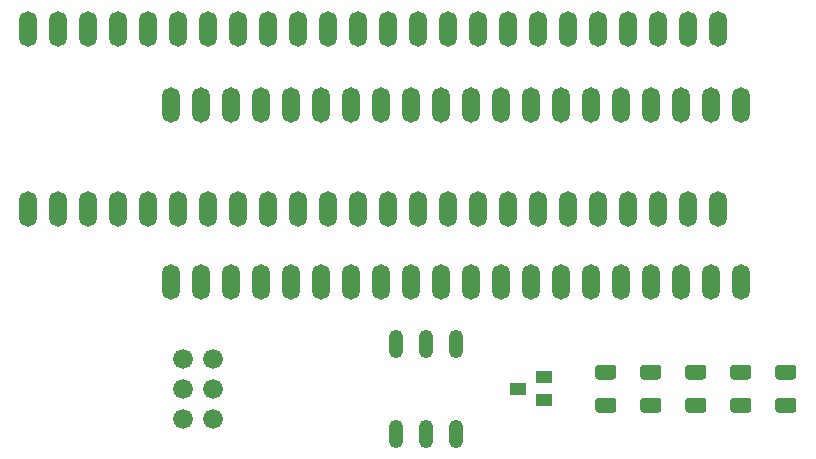
<source format=gbr>
G04 #@! TF.GenerationSoftware,KiCad,Pcbnew,(5.0.0)*
G04 #@! TF.CreationDate,2018-09-19T20:24:58-05:00*
G04 #@! TF.ProjectId,27C160_Adapter,3237433136305F416461707465722E6B,1.0*
G04 #@! TF.SameCoordinates,Original*
G04 #@! TF.FileFunction,Soldermask,Top*
G04 #@! TF.FilePolarity,Negative*
%FSLAX46Y46*%
G04 Gerber Fmt 4.6, Leading zero omitted, Abs format (unit mm)*
G04 Created by KiCad (PCBNEW (5.0.0)) date 09/19/18 20:24:58*
%MOMM*%
%LPD*%
G01*
G04 APERTURE LIST*
%ADD10C,0.100000*%
%ADD11C,1.250000*%
%ADD12R,1.399540X0.998220*%
%ADD13O,1.500000X3.000000*%
%ADD14O,1.219200X2.438400*%
%ADD15C,1.676400*%
G04 APERTURE END LIST*
D10*
G04 #@! TO.C,R1*
G36*
X182805504Y-119750204D02*
X182829773Y-119753804D01*
X182853571Y-119759765D01*
X182876671Y-119768030D01*
X182898849Y-119778520D01*
X182919893Y-119791133D01*
X182939598Y-119805747D01*
X182957777Y-119822223D01*
X182974253Y-119840402D01*
X182988867Y-119860107D01*
X183001480Y-119881151D01*
X183011970Y-119903329D01*
X183020235Y-119926429D01*
X183026196Y-119950227D01*
X183029796Y-119974496D01*
X183031000Y-119999000D01*
X183031000Y-120749000D01*
X183029796Y-120773504D01*
X183026196Y-120797773D01*
X183020235Y-120821571D01*
X183011970Y-120844671D01*
X183001480Y-120866849D01*
X182988867Y-120887893D01*
X182974253Y-120907598D01*
X182957777Y-120925777D01*
X182939598Y-120942253D01*
X182919893Y-120956867D01*
X182898849Y-120969480D01*
X182876671Y-120979970D01*
X182853571Y-120988235D01*
X182829773Y-120994196D01*
X182805504Y-120997796D01*
X182781000Y-120999000D01*
X181531000Y-120999000D01*
X181506496Y-120997796D01*
X181482227Y-120994196D01*
X181458429Y-120988235D01*
X181435329Y-120979970D01*
X181413151Y-120969480D01*
X181392107Y-120956867D01*
X181372402Y-120942253D01*
X181354223Y-120925777D01*
X181337747Y-120907598D01*
X181323133Y-120887893D01*
X181310520Y-120866849D01*
X181300030Y-120844671D01*
X181291765Y-120821571D01*
X181285804Y-120797773D01*
X181282204Y-120773504D01*
X181281000Y-120749000D01*
X181281000Y-119999000D01*
X181282204Y-119974496D01*
X181285804Y-119950227D01*
X181291765Y-119926429D01*
X181300030Y-119903329D01*
X181310520Y-119881151D01*
X181323133Y-119860107D01*
X181337747Y-119840402D01*
X181354223Y-119822223D01*
X181372402Y-119805747D01*
X181392107Y-119791133D01*
X181413151Y-119778520D01*
X181435329Y-119768030D01*
X181458429Y-119759765D01*
X181482227Y-119753804D01*
X181506496Y-119750204D01*
X181531000Y-119749000D01*
X182781000Y-119749000D01*
X182805504Y-119750204D01*
X182805504Y-119750204D01*
G37*
D11*
X182156000Y-120374000D03*
D10*
G36*
X182805504Y-116950204D02*
X182829773Y-116953804D01*
X182853571Y-116959765D01*
X182876671Y-116968030D01*
X182898849Y-116978520D01*
X182919893Y-116991133D01*
X182939598Y-117005747D01*
X182957777Y-117022223D01*
X182974253Y-117040402D01*
X182988867Y-117060107D01*
X183001480Y-117081151D01*
X183011970Y-117103329D01*
X183020235Y-117126429D01*
X183026196Y-117150227D01*
X183029796Y-117174496D01*
X183031000Y-117199000D01*
X183031000Y-117949000D01*
X183029796Y-117973504D01*
X183026196Y-117997773D01*
X183020235Y-118021571D01*
X183011970Y-118044671D01*
X183001480Y-118066849D01*
X182988867Y-118087893D01*
X182974253Y-118107598D01*
X182957777Y-118125777D01*
X182939598Y-118142253D01*
X182919893Y-118156867D01*
X182898849Y-118169480D01*
X182876671Y-118179970D01*
X182853571Y-118188235D01*
X182829773Y-118194196D01*
X182805504Y-118197796D01*
X182781000Y-118199000D01*
X181531000Y-118199000D01*
X181506496Y-118197796D01*
X181482227Y-118194196D01*
X181458429Y-118188235D01*
X181435329Y-118179970D01*
X181413151Y-118169480D01*
X181392107Y-118156867D01*
X181372402Y-118142253D01*
X181354223Y-118125777D01*
X181337747Y-118107598D01*
X181323133Y-118087893D01*
X181310520Y-118066849D01*
X181300030Y-118044671D01*
X181291765Y-118021571D01*
X181285804Y-117997773D01*
X181282204Y-117973504D01*
X181281000Y-117949000D01*
X181281000Y-117199000D01*
X181282204Y-117174496D01*
X181285804Y-117150227D01*
X181291765Y-117126429D01*
X181300030Y-117103329D01*
X181310520Y-117081151D01*
X181323133Y-117060107D01*
X181337747Y-117040402D01*
X181354223Y-117022223D01*
X181372402Y-117005747D01*
X181392107Y-116991133D01*
X181413151Y-116978520D01*
X181435329Y-116968030D01*
X181458429Y-116959765D01*
X181482227Y-116953804D01*
X181506496Y-116950204D01*
X181531000Y-116949000D01*
X182781000Y-116949000D01*
X182805504Y-116950204D01*
X182805504Y-116950204D01*
G37*
D11*
X182156000Y-117574000D03*
G04 #@! TD*
D10*
G04 #@! TO.C,R2*
G36*
X178995504Y-119750204D02*
X179019773Y-119753804D01*
X179043571Y-119759765D01*
X179066671Y-119768030D01*
X179088849Y-119778520D01*
X179109893Y-119791133D01*
X179129598Y-119805747D01*
X179147777Y-119822223D01*
X179164253Y-119840402D01*
X179178867Y-119860107D01*
X179191480Y-119881151D01*
X179201970Y-119903329D01*
X179210235Y-119926429D01*
X179216196Y-119950227D01*
X179219796Y-119974496D01*
X179221000Y-119999000D01*
X179221000Y-120749000D01*
X179219796Y-120773504D01*
X179216196Y-120797773D01*
X179210235Y-120821571D01*
X179201970Y-120844671D01*
X179191480Y-120866849D01*
X179178867Y-120887893D01*
X179164253Y-120907598D01*
X179147777Y-120925777D01*
X179129598Y-120942253D01*
X179109893Y-120956867D01*
X179088849Y-120969480D01*
X179066671Y-120979970D01*
X179043571Y-120988235D01*
X179019773Y-120994196D01*
X178995504Y-120997796D01*
X178971000Y-120999000D01*
X177721000Y-120999000D01*
X177696496Y-120997796D01*
X177672227Y-120994196D01*
X177648429Y-120988235D01*
X177625329Y-120979970D01*
X177603151Y-120969480D01*
X177582107Y-120956867D01*
X177562402Y-120942253D01*
X177544223Y-120925777D01*
X177527747Y-120907598D01*
X177513133Y-120887893D01*
X177500520Y-120866849D01*
X177490030Y-120844671D01*
X177481765Y-120821571D01*
X177475804Y-120797773D01*
X177472204Y-120773504D01*
X177471000Y-120749000D01*
X177471000Y-119999000D01*
X177472204Y-119974496D01*
X177475804Y-119950227D01*
X177481765Y-119926429D01*
X177490030Y-119903329D01*
X177500520Y-119881151D01*
X177513133Y-119860107D01*
X177527747Y-119840402D01*
X177544223Y-119822223D01*
X177562402Y-119805747D01*
X177582107Y-119791133D01*
X177603151Y-119778520D01*
X177625329Y-119768030D01*
X177648429Y-119759765D01*
X177672227Y-119753804D01*
X177696496Y-119750204D01*
X177721000Y-119749000D01*
X178971000Y-119749000D01*
X178995504Y-119750204D01*
X178995504Y-119750204D01*
G37*
D11*
X178346000Y-120374000D03*
D10*
G36*
X178995504Y-116950204D02*
X179019773Y-116953804D01*
X179043571Y-116959765D01*
X179066671Y-116968030D01*
X179088849Y-116978520D01*
X179109893Y-116991133D01*
X179129598Y-117005747D01*
X179147777Y-117022223D01*
X179164253Y-117040402D01*
X179178867Y-117060107D01*
X179191480Y-117081151D01*
X179201970Y-117103329D01*
X179210235Y-117126429D01*
X179216196Y-117150227D01*
X179219796Y-117174496D01*
X179221000Y-117199000D01*
X179221000Y-117949000D01*
X179219796Y-117973504D01*
X179216196Y-117997773D01*
X179210235Y-118021571D01*
X179201970Y-118044671D01*
X179191480Y-118066849D01*
X179178867Y-118087893D01*
X179164253Y-118107598D01*
X179147777Y-118125777D01*
X179129598Y-118142253D01*
X179109893Y-118156867D01*
X179088849Y-118169480D01*
X179066671Y-118179970D01*
X179043571Y-118188235D01*
X179019773Y-118194196D01*
X178995504Y-118197796D01*
X178971000Y-118199000D01*
X177721000Y-118199000D01*
X177696496Y-118197796D01*
X177672227Y-118194196D01*
X177648429Y-118188235D01*
X177625329Y-118179970D01*
X177603151Y-118169480D01*
X177582107Y-118156867D01*
X177562402Y-118142253D01*
X177544223Y-118125777D01*
X177527747Y-118107598D01*
X177513133Y-118087893D01*
X177500520Y-118066849D01*
X177490030Y-118044671D01*
X177481765Y-118021571D01*
X177475804Y-117997773D01*
X177472204Y-117973504D01*
X177471000Y-117949000D01*
X177471000Y-117199000D01*
X177472204Y-117174496D01*
X177475804Y-117150227D01*
X177481765Y-117126429D01*
X177490030Y-117103329D01*
X177500520Y-117081151D01*
X177513133Y-117060107D01*
X177527747Y-117040402D01*
X177544223Y-117022223D01*
X177562402Y-117005747D01*
X177582107Y-116991133D01*
X177603151Y-116978520D01*
X177625329Y-116968030D01*
X177648429Y-116959765D01*
X177672227Y-116953804D01*
X177696496Y-116950204D01*
X177721000Y-116949000D01*
X178971000Y-116949000D01*
X178995504Y-116950204D01*
X178995504Y-116950204D01*
G37*
D11*
X178346000Y-117574000D03*
G04 #@! TD*
D10*
G04 #@! TO.C,R3*
G36*
X175185504Y-119750204D02*
X175209773Y-119753804D01*
X175233571Y-119759765D01*
X175256671Y-119768030D01*
X175278849Y-119778520D01*
X175299893Y-119791133D01*
X175319598Y-119805747D01*
X175337777Y-119822223D01*
X175354253Y-119840402D01*
X175368867Y-119860107D01*
X175381480Y-119881151D01*
X175391970Y-119903329D01*
X175400235Y-119926429D01*
X175406196Y-119950227D01*
X175409796Y-119974496D01*
X175411000Y-119999000D01*
X175411000Y-120749000D01*
X175409796Y-120773504D01*
X175406196Y-120797773D01*
X175400235Y-120821571D01*
X175391970Y-120844671D01*
X175381480Y-120866849D01*
X175368867Y-120887893D01*
X175354253Y-120907598D01*
X175337777Y-120925777D01*
X175319598Y-120942253D01*
X175299893Y-120956867D01*
X175278849Y-120969480D01*
X175256671Y-120979970D01*
X175233571Y-120988235D01*
X175209773Y-120994196D01*
X175185504Y-120997796D01*
X175161000Y-120999000D01*
X173911000Y-120999000D01*
X173886496Y-120997796D01*
X173862227Y-120994196D01*
X173838429Y-120988235D01*
X173815329Y-120979970D01*
X173793151Y-120969480D01*
X173772107Y-120956867D01*
X173752402Y-120942253D01*
X173734223Y-120925777D01*
X173717747Y-120907598D01*
X173703133Y-120887893D01*
X173690520Y-120866849D01*
X173680030Y-120844671D01*
X173671765Y-120821571D01*
X173665804Y-120797773D01*
X173662204Y-120773504D01*
X173661000Y-120749000D01*
X173661000Y-119999000D01*
X173662204Y-119974496D01*
X173665804Y-119950227D01*
X173671765Y-119926429D01*
X173680030Y-119903329D01*
X173690520Y-119881151D01*
X173703133Y-119860107D01*
X173717747Y-119840402D01*
X173734223Y-119822223D01*
X173752402Y-119805747D01*
X173772107Y-119791133D01*
X173793151Y-119778520D01*
X173815329Y-119768030D01*
X173838429Y-119759765D01*
X173862227Y-119753804D01*
X173886496Y-119750204D01*
X173911000Y-119749000D01*
X175161000Y-119749000D01*
X175185504Y-119750204D01*
X175185504Y-119750204D01*
G37*
D11*
X174536000Y-120374000D03*
D10*
G36*
X175185504Y-116950204D02*
X175209773Y-116953804D01*
X175233571Y-116959765D01*
X175256671Y-116968030D01*
X175278849Y-116978520D01*
X175299893Y-116991133D01*
X175319598Y-117005747D01*
X175337777Y-117022223D01*
X175354253Y-117040402D01*
X175368867Y-117060107D01*
X175381480Y-117081151D01*
X175391970Y-117103329D01*
X175400235Y-117126429D01*
X175406196Y-117150227D01*
X175409796Y-117174496D01*
X175411000Y-117199000D01*
X175411000Y-117949000D01*
X175409796Y-117973504D01*
X175406196Y-117997773D01*
X175400235Y-118021571D01*
X175391970Y-118044671D01*
X175381480Y-118066849D01*
X175368867Y-118087893D01*
X175354253Y-118107598D01*
X175337777Y-118125777D01*
X175319598Y-118142253D01*
X175299893Y-118156867D01*
X175278849Y-118169480D01*
X175256671Y-118179970D01*
X175233571Y-118188235D01*
X175209773Y-118194196D01*
X175185504Y-118197796D01*
X175161000Y-118199000D01*
X173911000Y-118199000D01*
X173886496Y-118197796D01*
X173862227Y-118194196D01*
X173838429Y-118188235D01*
X173815329Y-118179970D01*
X173793151Y-118169480D01*
X173772107Y-118156867D01*
X173752402Y-118142253D01*
X173734223Y-118125777D01*
X173717747Y-118107598D01*
X173703133Y-118087893D01*
X173690520Y-118066849D01*
X173680030Y-118044671D01*
X173671765Y-118021571D01*
X173665804Y-117997773D01*
X173662204Y-117973504D01*
X173661000Y-117949000D01*
X173661000Y-117199000D01*
X173662204Y-117174496D01*
X173665804Y-117150227D01*
X173671765Y-117126429D01*
X173680030Y-117103329D01*
X173690520Y-117081151D01*
X173703133Y-117060107D01*
X173717747Y-117040402D01*
X173734223Y-117022223D01*
X173752402Y-117005747D01*
X173772107Y-116991133D01*
X173793151Y-116978520D01*
X173815329Y-116968030D01*
X173838429Y-116959765D01*
X173862227Y-116953804D01*
X173886496Y-116950204D01*
X173911000Y-116949000D01*
X175161000Y-116949000D01*
X175185504Y-116950204D01*
X175185504Y-116950204D01*
G37*
D11*
X174536000Y-117574000D03*
G04 #@! TD*
D10*
G04 #@! TO.C,R4*
G36*
X171375504Y-119750204D02*
X171399773Y-119753804D01*
X171423571Y-119759765D01*
X171446671Y-119768030D01*
X171468849Y-119778520D01*
X171489893Y-119791133D01*
X171509598Y-119805747D01*
X171527777Y-119822223D01*
X171544253Y-119840402D01*
X171558867Y-119860107D01*
X171571480Y-119881151D01*
X171581970Y-119903329D01*
X171590235Y-119926429D01*
X171596196Y-119950227D01*
X171599796Y-119974496D01*
X171601000Y-119999000D01*
X171601000Y-120749000D01*
X171599796Y-120773504D01*
X171596196Y-120797773D01*
X171590235Y-120821571D01*
X171581970Y-120844671D01*
X171571480Y-120866849D01*
X171558867Y-120887893D01*
X171544253Y-120907598D01*
X171527777Y-120925777D01*
X171509598Y-120942253D01*
X171489893Y-120956867D01*
X171468849Y-120969480D01*
X171446671Y-120979970D01*
X171423571Y-120988235D01*
X171399773Y-120994196D01*
X171375504Y-120997796D01*
X171351000Y-120999000D01*
X170101000Y-120999000D01*
X170076496Y-120997796D01*
X170052227Y-120994196D01*
X170028429Y-120988235D01*
X170005329Y-120979970D01*
X169983151Y-120969480D01*
X169962107Y-120956867D01*
X169942402Y-120942253D01*
X169924223Y-120925777D01*
X169907747Y-120907598D01*
X169893133Y-120887893D01*
X169880520Y-120866849D01*
X169870030Y-120844671D01*
X169861765Y-120821571D01*
X169855804Y-120797773D01*
X169852204Y-120773504D01*
X169851000Y-120749000D01*
X169851000Y-119999000D01*
X169852204Y-119974496D01*
X169855804Y-119950227D01*
X169861765Y-119926429D01*
X169870030Y-119903329D01*
X169880520Y-119881151D01*
X169893133Y-119860107D01*
X169907747Y-119840402D01*
X169924223Y-119822223D01*
X169942402Y-119805747D01*
X169962107Y-119791133D01*
X169983151Y-119778520D01*
X170005329Y-119768030D01*
X170028429Y-119759765D01*
X170052227Y-119753804D01*
X170076496Y-119750204D01*
X170101000Y-119749000D01*
X171351000Y-119749000D01*
X171375504Y-119750204D01*
X171375504Y-119750204D01*
G37*
D11*
X170726000Y-120374000D03*
D10*
G36*
X171375504Y-116950204D02*
X171399773Y-116953804D01*
X171423571Y-116959765D01*
X171446671Y-116968030D01*
X171468849Y-116978520D01*
X171489893Y-116991133D01*
X171509598Y-117005747D01*
X171527777Y-117022223D01*
X171544253Y-117040402D01*
X171558867Y-117060107D01*
X171571480Y-117081151D01*
X171581970Y-117103329D01*
X171590235Y-117126429D01*
X171596196Y-117150227D01*
X171599796Y-117174496D01*
X171601000Y-117199000D01*
X171601000Y-117949000D01*
X171599796Y-117973504D01*
X171596196Y-117997773D01*
X171590235Y-118021571D01*
X171581970Y-118044671D01*
X171571480Y-118066849D01*
X171558867Y-118087893D01*
X171544253Y-118107598D01*
X171527777Y-118125777D01*
X171509598Y-118142253D01*
X171489893Y-118156867D01*
X171468849Y-118169480D01*
X171446671Y-118179970D01*
X171423571Y-118188235D01*
X171399773Y-118194196D01*
X171375504Y-118197796D01*
X171351000Y-118199000D01*
X170101000Y-118199000D01*
X170076496Y-118197796D01*
X170052227Y-118194196D01*
X170028429Y-118188235D01*
X170005329Y-118179970D01*
X169983151Y-118169480D01*
X169962107Y-118156867D01*
X169942402Y-118142253D01*
X169924223Y-118125777D01*
X169907747Y-118107598D01*
X169893133Y-118087893D01*
X169880520Y-118066849D01*
X169870030Y-118044671D01*
X169861765Y-118021571D01*
X169855804Y-117997773D01*
X169852204Y-117973504D01*
X169851000Y-117949000D01*
X169851000Y-117199000D01*
X169852204Y-117174496D01*
X169855804Y-117150227D01*
X169861765Y-117126429D01*
X169870030Y-117103329D01*
X169880520Y-117081151D01*
X169893133Y-117060107D01*
X169907747Y-117040402D01*
X169924223Y-117022223D01*
X169942402Y-117005747D01*
X169962107Y-116991133D01*
X169983151Y-116978520D01*
X170005329Y-116968030D01*
X170028429Y-116959765D01*
X170052227Y-116953804D01*
X170076496Y-116950204D01*
X170101000Y-116949000D01*
X171351000Y-116949000D01*
X171375504Y-116950204D01*
X171375504Y-116950204D01*
G37*
D11*
X170726000Y-117574000D03*
G04 #@! TD*
D10*
G04 #@! TO.C,R5*
G36*
X167565504Y-116950204D02*
X167589773Y-116953804D01*
X167613571Y-116959765D01*
X167636671Y-116968030D01*
X167658849Y-116978520D01*
X167679893Y-116991133D01*
X167699598Y-117005747D01*
X167717777Y-117022223D01*
X167734253Y-117040402D01*
X167748867Y-117060107D01*
X167761480Y-117081151D01*
X167771970Y-117103329D01*
X167780235Y-117126429D01*
X167786196Y-117150227D01*
X167789796Y-117174496D01*
X167791000Y-117199000D01*
X167791000Y-117949000D01*
X167789796Y-117973504D01*
X167786196Y-117997773D01*
X167780235Y-118021571D01*
X167771970Y-118044671D01*
X167761480Y-118066849D01*
X167748867Y-118087893D01*
X167734253Y-118107598D01*
X167717777Y-118125777D01*
X167699598Y-118142253D01*
X167679893Y-118156867D01*
X167658849Y-118169480D01*
X167636671Y-118179970D01*
X167613571Y-118188235D01*
X167589773Y-118194196D01*
X167565504Y-118197796D01*
X167541000Y-118199000D01*
X166291000Y-118199000D01*
X166266496Y-118197796D01*
X166242227Y-118194196D01*
X166218429Y-118188235D01*
X166195329Y-118179970D01*
X166173151Y-118169480D01*
X166152107Y-118156867D01*
X166132402Y-118142253D01*
X166114223Y-118125777D01*
X166097747Y-118107598D01*
X166083133Y-118087893D01*
X166070520Y-118066849D01*
X166060030Y-118044671D01*
X166051765Y-118021571D01*
X166045804Y-117997773D01*
X166042204Y-117973504D01*
X166041000Y-117949000D01*
X166041000Y-117199000D01*
X166042204Y-117174496D01*
X166045804Y-117150227D01*
X166051765Y-117126429D01*
X166060030Y-117103329D01*
X166070520Y-117081151D01*
X166083133Y-117060107D01*
X166097747Y-117040402D01*
X166114223Y-117022223D01*
X166132402Y-117005747D01*
X166152107Y-116991133D01*
X166173151Y-116978520D01*
X166195329Y-116968030D01*
X166218429Y-116959765D01*
X166242227Y-116953804D01*
X166266496Y-116950204D01*
X166291000Y-116949000D01*
X167541000Y-116949000D01*
X167565504Y-116950204D01*
X167565504Y-116950204D01*
G37*
D11*
X166916000Y-117574000D03*
D10*
G36*
X167565504Y-119750204D02*
X167589773Y-119753804D01*
X167613571Y-119759765D01*
X167636671Y-119768030D01*
X167658849Y-119778520D01*
X167679893Y-119791133D01*
X167699598Y-119805747D01*
X167717777Y-119822223D01*
X167734253Y-119840402D01*
X167748867Y-119860107D01*
X167761480Y-119881151D01*
X167771970Y-119903329D01*
X167780235Y-119926429D01*
X167786196Y-119950227D01*
X167789796Y-119974496D01*
X167791000Y-119999000D01*
X167791000Y-120749000D01*
X167789796Y-120773504D01*
X167786196Y-120797773D01*
X167780235Y-120821571D01*
X167771970Y-120844671D01*
X167761480Y-120866849D01*
X167748867Y-120887893D01*
X167734253Y-120907598D01*
X167717777Y-120925777D01*
X167699598Y-120942253D01*
X167679893Y-120956867D01*
X167658849Y-120969480D01*
X167636671Y-120979970D01*
X167613571Y-120988235D01*
X167589773Y-120994196D01*
X167565504Y-120997796D01*
X167541000Y-120999000D01*
X166291000Y-120999000D01*
X166266496Y-120997796D01*
X166242227Y-120994196D01*
X166218429Y-120988235D01*
X166195329Y-120979970D01*
X166173151Y-120969480D01*
X166152107Y-120956867D01*
X166132402Y-120942253D01*
X166114223Y-120925777D01*
X166097747Y-120907598D01*
X166083133Y-120887893D01*
X166070520Y-120866849D01*
X166060030Y-120844671D01*
X166051765Y-120821571D01*
X166045804Y-120797773D01*
X166042204Y-120773504D01*
X166041000Y-120749000D01*
X166041000Y-119999000D01*
X166042204Y-119974496D01*
X166045804Y-119950227D01*
X166051765Y-119926429D01*
X166060030Y-119903329D01*
X166070520Y-119881151D01*
X166083133Y-119860107D01*
X166097747Y-119840402D01*
X166114223Y-119822223D01*
X166132402Y-119805747D01*
X166152107Y-119791133D01*
X166173151Y-119778520D01*
X166195329Y-119768030D01*
X166218429Y-119759765D01*
X166242227Y-119753804D01*
X166266496Y-119750204D01*
X166291000Y-119749000D01*
X167541000Y-119749000D01*
X167565504Y-119750204D01*
X167565504Y-119750204D01*
G37*
D11*
X166916000Y-120374000D03*
G04 #@! TD*
D12*
G04 #@! TO.C,Q1*
X161665820Y-118026580D03*
X159466180Y-118974000D03*
X161665820Y-119923960D03*
G04 #@! TD*
D13*
G04 #@! TO.C,U1*
X130086000Y-109959000D03*
X132626000Y-109959000D03*
X135166000Y-109959000D03*
X137706000Y-109959000D03*
X140246000Y-109959000D03*
X142786000Y-109959000D03*
X145326000Y-109959000D03*
X147866000Y-109959000D03*
X150406000Y-109959000D03*
X152946000Y-109959000D03*
X155486000Y-109959000D03*
X158026000Y-109959000D03*
X160566000Y-109959000D03*
X163106000Y-109959000D03*
X165646000Y-109959000D03*
X168186000Y-109959000D03*
X170726000Y-109959000D03*
X173266000Y-109959000D03*
X175806000Y-109959000D03*
X178346000Y-109959000D03*
X178346000Y-94969000D03*
X175806000Y-94969000D03*
X173266000Y-94969000D03*
X170726000Y-94969000D03*
X168186000Y-94969000D03*
X165646000Y-94969000D03*
X163106000Y-94969000D03*
X160566000Y-94969000D03*
X158026000Y-94969000D03*
X155486000Y-94969000D03*
X152946000Y-94969000D03*
X150406000Y-94969000D03*
X147866000Y-94969000D03*
X145326000Y-94969000D03*
X142786000Y-94969000D03*
X140246000Y-94969000D03*
X137706000Y-94969000D03*
X135166000Y-94969000D03*
X132626000Y-94969000D03*
X130086000Y-94969000D03*
G04 #@! TD*
D14*
G04 #@! TO.C,SW2*
X149136000Y-122784000D03*
X151676000Y-122784000D03*
X154216000Y-122784000D03*
X154216000Y-115164000D03*
X149136000Y-115164000D03*
X151676000Y-115164000D03*
G04 #@! TD*
D15*
G04 #@! TO.C,SW1*
X131086000Y-118974000D03*
X133626000Y-118974000D03*
X131086000Y-121514000D03*
X131086000Y-116434000D03*
X133626000Y-121514000D03*
X133626000Y-116434000D03*
G04 #@! TD*
D13*
G04 #@! TO.C,ZX1*
X118021000Y-103733600D03*
X120561000Y-103733600D03*
X123101000Y-103733600D03*
X125641000Y-103733600D03*
X128181000Y-103733600D03*
X130721000Y-103733600D03*
X133261000Y-103733600D03*
X135801000Y-103733600D03*
X138341000Y-103733600D03*
X140881000Y-103733600D03*
X143421000Y-103733600D03*
X145961000Y-103733600D03*
X148501000Y-103733600D03*
X151041000Y-103733600D03*
X153581000Y-103733600D03*
X156121000Y-103733600D03*
X158661000Y-103733600D03*
X161201000Y-103733600D03*
X163741000Y-103733600D03*
X166281000Y-103733600D03*
X168821000Y-103733600D03*
X171361000Y-103733600D03*
X173901000Y-103733600D03*
X176441000Y-103733600D03*
X176441000Y-88493600D03*
X173901000Y-88493600D03*
X171361000Y-88493600D03*
X168821000Y-88493600D03*
X166281000Y-88493600D03*
X163741000Y-88493600D03*
X161201000Y-88493600D03*
X158661000Y-88493600D03*
X156121000Y-88493600D03*
X153581000Y-88493600D03*
X151041000Y-88493600D03*
X148501000Y-88493600D03*
X145961000Y-88493600D03*
X143421000Y-88493600D03*
X140881000Y-88493600D03*
X138341000Y-88493600D03*
X135801000Y-88493600D03*
X133261000Y-88493600D03*
X130721000Y-88493600D03*
X128181000Y-88493600D03*
X125641000Y-88493600D03*
X123101000Y-88493600D03*
X120561000Y-88493600D03*
X118021000Y-88493600D03*
G04 #@! TD*
M02*

</source>
